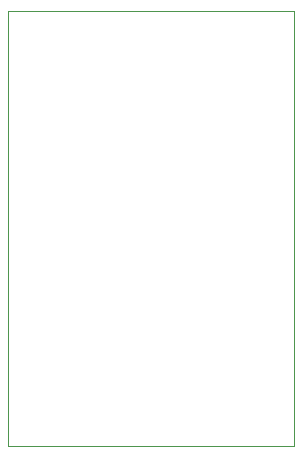
<source format=gbr>
%TF.GenerationSoftware,KiCad,Pcbnew,7.0.9*%
%TF.CreationDate,2024-04-10T11:27:04+02:00*%
%TF.ProjectId,Test_1_PD,54657374-5f31-45f5-9044-2e6b69636164,rev?*%
%TF.SameCoordinates,Original*%
%TF.FileFunction,Profile,NP*%
%FSLAX46Y46*%
G04 Gerber Fmt 4.6, Leading zero omitted, Abs format (unit mm)*
G04 Created by KiCad (PCBNEW 7.0.9) date 2024-04-10 11:27:04*
%MOMM*%
%LPD*%
G01*
G04 APERTURE LIST*
%TA.AperFunction,Profile*%
%ADD10C,0.100000*%
%TD*%
G04 APERTURE END LIST*
D10*
X69200000Y-114950000D02*
X93400000Y-114950000D01*
X93400000Y-151750000D01*
X69200000Y-151750000D01*
X69200000Y-114950000D01*
M02*

</source>
